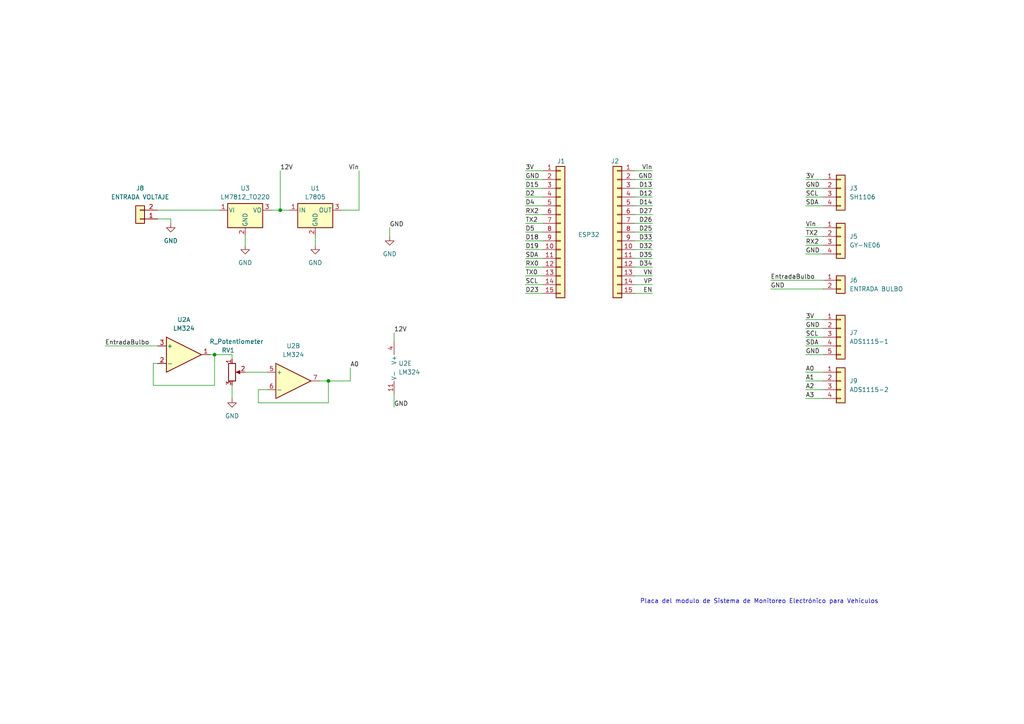
<source format=kicad_sch>
(kicad_sch (version 20250114) (generator "eeschema") (generator_version "9.0")
  (paper "A4")
  (lib_symbols
    (symbol "Amplifier_Operational:LM324" (pin_names (offset 0.127))
      (property "Reference" "U" (at 0 5.08 0))
      (property "Value" "LM324" (at 0 -5.08 0))
      (symbol "LM324_1_1"
        (polyline (pts (xy -5.08 5.08) (xy 5.08 0) (xy -5.08 -5.08) (xy -5.08 5.08)) (stroke (width 0.254)) (fill (type background)))
        (pin input line (at -7.62 2.54 0) (length 2.54) (name "+") (number "3"))
        (pin input line (at -7.62 -2.54 0) (length 2.54) (name "-") (number "2"))
        (pin output line (at 7.62 0 180) (length 2.54) (name "~") (number "1"))
      )
      (symbol "LM324_2_1"
        (polyline (pts (xy -5.08 5.08) (xy 5.08 0) (xy -5.08 -5.08) (xy -5.08 5.08)) (stroke (width 0.254)) (fill (type background)))
        (pin input line (at -7.62 2.54 0) (length 2.54) (name "+") (number "5"))
        (pin input line (at -7.62 -2.54 0) (length 2.54) (name "-") (number "6"))
        (pin output line (at 7.62 0 180) (length 2.54) (name "~") (number "7"))
      )
      (symbol "LM324_3_1"
        (polyline (pts (xy -5.08 5.08) (xy 5.08 0) (xy -5.08 -5.08) (xy -5.08 5.08)) (stroke (width 0.254)) (fill (type background)))
        (pin input line (at -7.62 2.54 0) (length 2.54) (name "+") (number "10"))
        (pin input line (at -7.62 -2.54 0) (length 2.54) (name "-") (number "9"))
        (pin output line (at 7.62 0 180) (length 2.54) (name "~") (number "8"))
      )
      (symbol "LM324_4_1"
        (polyline (pts (xy -5.08 5.08) (xy 5.08 0) (xy -5.08 -5.08) (xy -5.08 5.08)) (stroke (width 0.254)) (fill (type background)))
        (pin input line (at -7.62 2.54 0) (length 2.54) (name "+") (number "12"))
        (pin input line (at -7.62 -2.54 0) (length 2.54) (name "-") (number "13"))
        (pin output line (at 7.62 0 180) (length 2.54) (name "~") (number "14"))
      )
      (symbol "LM324_5_1"
        (pin power_in line (at -2.54 7.62 270) (length 3.81) (name "V+") (number "4"))
        (pin power_in line (at -2.54 -7.62 90) (length 3.81) (name "V-") (number "11"))
      )
    )
    (symbol "Connector_Generic:Conn_01x02" (pin_names (offset 1.016) (hide yes))
      (property "Reference" "J" (at 0 2.54 0))
      (property "Value" "Conn_01x02" (at 0 -5.08 0))
      (symbol "Conn_01x02_1_1"
        (rectangle (start -1.27 1.27) (end 1.27 -3.81) (stroke (width 0.254)) (fill (type background)))
        (rectangle (start -1.27 0.127) (end 0 -0.127) (stroke (width 0.1524)))
        (rectangle (start -1.27 -2.413) (end 0 -2.667) (stroke (width 0.1524)))
        (pin passive line (at -5.08 0 0) (length 3.81) (name "Pin_1") (number "1"))
        (pin passive line (at -5.08 -2.54 0) (length 3.81) (name "Pin_2") (number "2"))
      )
    )
    (symbol "Connector_Generic:Conn_01x04" (pin_names (offset 1.016) (hide yes))
      (property "Reference" "J" (at 0 5.08 0))
      (property "Value" "Conn_01x04" (at 0 -7.62 0))
      (symbol "Conn_01x04_1_1"
        (rectangle (start -1.27 3.81) (end 1.27 -6.35) (stroke (width 0.254)) (fill (type background)))
        (rectangle (start -1.27 2.667) (end 0 2.413) (stroke (width 0.1524)))
        (rectangle (start -1.27 0.127) (end 0 -0.127) (stroke (width 0.1524)))
        (rectangle (start -1.27 -2.413) (end 0 -2.667) (stroke (width 0.1524)))
        (rectangle (start -1.27 -4.953) (end 0 -5.207) (stroke (width 0.1524)))
        (pin passive line (at -5.08 2.54 0) (length 3.81) (name "Pin_1") (number "1"))
        (pin passive line (at -5.08 0 0) (length 3.81) (name "Pin_2") (number "2"))
        (pin passive line (at -5.08 -2.54 0) (length 3.81) (name "Pin_3") (number "3"))
        (pin passive line (at -5.08 -5.08 0) (length 3.81) (name "Pin_4") (number "4"))
      )
    )
    (symbol "Connector_Generic:Conn_01x05" (pin_names (offset 1.016) (hide yes))
      (property "Reference" "J" (at 0 7.62 0))
      (property "Value" "Conn_01x05" (at 0 -7.62 0))
      (symbol "Conn_01x05_1_1"
        (rectangle (start -1.27 6.35) (end 1.27 -6.35) (stroke (width 0.254)) (fill (type background)))
        (rectangle (start -1.27 5.207) (end 0 4.953) (stroke (width 0.1524)))
        (rectangle (start -1.27 2.667) (end 0 2.413) (stroke (width 0.1524)))
        (rectangle (start -1.27 0.127) (end 0 -0.127) (stroke (width 0.1524)))
        (rectangle (start -1.27 -2.413) (end 0 -2.667) (stroke (width 0.1524)))
        (rectangle (start -1.27 -4.953) (end 0 -5.207) (stroke (width 0.1524)))
        (pin passive line (at -5.08 5.08 0) (length 3.81) (name "Pin_1") (number "1"))
        (pin passive line (at -5.08 2.54 0) (length 3.81) (name "Pin_2") (number "2"))
        (pin passive line (at -5.08 0 0) (length 3.81) (name "Pin_3") (number "3"))
        (pin passive line (at -5.08 -2.54 0) (length 3.81) (name "Pin_4") (number "4"))
        (pin passive line (at -5.08 -5.08 0) (length 3.81) (name "Pin_5") (number "5"))
      )
    )
    (symbol "Connector_Generic:Conn_01x15" (pin_names (offset 1.016) (hide yes))
      (property "Reference" "J" (at 0 20.32 0))
      (property "Value" "Conn_01x15" (at 0 -20.32 0))
      (symbol "Conn_01x15_1_1"
        (rectangle (start -1.27 19.05) (end 1.27 -19.05) (stroke (width 0.254)) (fill (type background)))
        (rectangle (start -1.27 17.907) (end 0 17.653) (stroke (width 0.1524)))
        (rectangle (start -1.27 15.367) (end 0 15.113) (stroke (width 0.1524)))
        (rectangle (start -1.27 12.827) (end 0 12.573) (stroke (width 0.1524)))
        (rectangle (start -1.27 10.287) (end 0 10.033) (stroke (width 0.1524)))
        (rectangle (start -1.27 7.747) (end 0 7.493) (stroke (width 0.1524)))
        (rectangle (start -1.27 5.207) (end 0 4.953) (stroke (width 0.1524)))
        (rectangle (start -1.27 2.667) (end 0 2.413) (stroke (width 0.1524)))
        (rectangle (start -1.27 0.127) (end 0 -0.127) (stroke (width 0.1524)))
        (rectangle (start -1.27 -2.413) (end 0 -2.667) (stroke (width 0.1524)))
        (rectangle (start -1.27 -4.953) (end 0 -5.207) (stroke (width 0.1524)))
        (rectangle (start -1.27 -7.493) (end 0 -7.747) (stroke (width 0.1524)))
        (rectangle (start -1.27 -10.033) (end 0 -10.287) (stroke (width 0.1524)))
        (rectangle (start -1.27 -12.573) (end 0 -12.827) (stroke (width 0.1524)))
        (rectangle (start -1.27 -15.113) (end 0 -15.367) (stroke (width 0.1524)))
        (rectangle (start -1.27 -17.653) (end 0 -17.907) (stroke (width 0.1524)))
        (pin passive line (at -5.08 17.78 0) (length 3.81) (name "Pin_1") (number "1"))
        (pin passive line (at -5.08 15.24 0) (length 3.81) (name "Pin_2") (number "2"))
        (pin passive line (at -5.08 12.7 0) (length 3.81) (name "Pin_3") (number "3"))
        (pin passive line (at -5.08 10.16 0) (length 3.81) (name "Pin_4") (number "4"))
        (pin passive line (at -5.08 7.62 0) (length 3.81) (name "Pin_5") (number "5"))
        (pin passive line (at -5.08 5.08 0) (length 3.81) (name "Pin_6") (number "6"))
        (pin passive line (at -5.08 2.54 0) (length 3.81) (name "Pin_7") (number "7"))
        (pin passive line (at -5.08 0 0) (length 3.81) (name "Pin_8") (number "8"))
        (pin passive line (at -5.08 -2.54 0) (length 3.81) (name "Pin_9") (number "9"))
        (pin passive line (at -5.08 -5.08 0) (length 3.81) (name "Pin_10") (number "10"))
        (pin passive line (at -5.08 -7.62 0) (length 3.81) (name "Pin_11") (number "11"))
        (pin passive line (at -5.08 -10.16 0) (length 3.81) (name "Pin_12") (number "12"))
        (pin passive line (at -5.08 -12.7 0) (length 3.81) (name "Pin_13") (number "13"))
        (pin passive line (at -5.08 -15.24 0) (length 3.81) (name "Pin_14") (number "14"))
        (pin passive line (at -5.08 -17.78 0) (length 3.81) (name "Pin_15") (number "15"))
      )
    )
    (symbol "Device:R_Potentiometer" (pin_names (offset 1.016) (hide yes))
      (property "Reference" "RV" (at -4.445 0 90))
      (property "Value" "R_Potentiometer" (at -2.54 0 90))
      (symbol "R_Potentiometer_0_1"
        (rectangle (start 1.016 2.54) (end -1.016 -2.54) (stroke (width 0.254)))
        (polyline (pts (xy 1.143 0) (xy 2.286 0.508) (xy 2.286 -0.508) (xy 1.143 0)) (fill (type outline)))
        (polyline (pts (xy 2.54 0) (xy 1.524 0)))
      )
      (symbol "R_Potentiometer_1_1"
        (pin passive line (at 0 3.81 270) (length 1.27) (name "1") (number "1"))
        (pin passive line (at 0 -3.81 90) (length 1.27) (name "3") (number "3"))
        (pin passive line (at 3.81 0 180) (length 1.27) (name "2") (number "2"))
      )
    )
    (symbol "Regulator_Linear:L7805" (pin_names (offset 0.254))
      (property "Reference" "U" (at -3.81 3.175 0))
      (property "Value" "L7805" (at 0 3.175 0))
      (symbol "L7805_0_1"
        (rectangle (start -5.08 1.905) (end 5.08 -5.08) (stroke (width 0.254)) (fill (type background)))
      )
      (symbol "L7805_1_1"
        (pin power_in line (at -7.62 0 0) (length 2.54) (name "IN") (number "1"))
        (pin power_in line (at 0 -7.62 90) (length 2.54) (name "GND") (number "2"))
        (pin power_out line (at 7.62 0 180) (length 2.54) (name "OUT") (number "3"))
      )
    )
    (symbol "Regulator_Linear:LM7812_TO220" (pin_names (offset 0.254))
      (property "Reference" "U" (at -3.81 3.175 0))
      (property "Value" "LM7812_TO220" (at 0 3.175 0))
      (symbol "LM7812_TO220_0_1"
        (rectangle (start -5.08 1.905) (end 5.08 -5.08) (stroke (width 0.254)) (fill (type background)))
      )
      (symbol "LM7812_TO220_1_1"
        (pin power_in line (at -7.62 0 0) (length 2.54) (name "VI") (number "1"))
        (pin power_in line (at 0 -7.62 90) (length 2.54) (name "GND") (number "2"))
        (pin power_out line (at 7.62 0 180) (length 2.54) (name "VO") (number "3"))
      )
    )
    (symbol "power:GND" (power) (pin_numbers (hide yes)) (pin_names (offset 0) (hide yes))
      (property "Value" "GND" (at 0 -3.81 0))
      (symbol "GND_0_1"
        (polyline (pts (xy 0 0) (xy 0 -1.27) (xy 1.27 -1.27) (xy 0 -2.54) (xy -1.27 -1.27) (xy 0 -1.27)))
      )
      (symbol "GND_1_1"
        (pin power_in line (at 0 0 270) (length 0) (name "~") (number "1"))
      )
    )
  )
  (text "Placa del modulo de Sistema de Monitoreo Electrónico para Vehículos" (at 220.218 174.498 0) (effects (font (size 1.27 1.27))))
  (junction (at 81.28 60.96))
  (junction (at 95.25 110.49))
  (junction (at 62.23 102.87))
  (wire (pts (xy 30.48 100.33) (xy 45.72 100.33)))
  (wire (pts (xy 101.6 106.68) (xy 101.6 110.49)))
  (wire (pts (xy 184.15 72.39) (xy 189.23 72.39)))
  (wire (pts (xy 71.12 68.58) (xy 71.12 71.12)))
  (wire (pts (xy 233.68 73.66) (xy 238.76 73.66)))
  (wire (pts (xy 74.93 113.03) (xy 74.93 116.84)))
  (wire (pts (xy 233.68 107.95) (xy 238.76 107.95)))
  (wire (pts (xy 152.4 52.07) (xy 157.48 52.07)))
  (wire (pts (xy 184.15 64.77) (xy 189.23 64.77)))
  (wire (pts (xy 78.74 60.96) (xy 81.28 60.96)))
  (wire (pts (xy 62.23 102.87) (xy 67.31 102.87)))
  (wire (pts (xy 233.68 113.03) (xy 238.76 113.03)))
  (wire (pts (xy 233.68 54.61) (xy 238.76 54.61)))
  (wire (pts (xy 114.3 96.52) (xy 114.3 99.06)))
  (wire (pts (xy 71.12 107.95) (xy 77.47 107.95)))
  (wire (pts (xy 152.4 74.93) (xy 157.48 74.93)))
  (wire (pts (xy 152.4 59.69) (xy 157.48 59.69)))
  (wire (pts (xy 223.52 83.82) (xy 238.76 83.82)))
  (wire (pts (xy 45.72 105.41) (xy 44.45 105.41)))
  (wire (pts (xy 233.68 92.71) (xy 238.76 92.71)))
  (wire (pts (xy 152.4 72.39) (xy 157.48 72.39)))
  (wire (pts (xy 152.4 80.01) (xy 157.48 80.01)))
  (wire (pts (xy 184.15 59.69) (xy 189.23 59.69)))
  (wire (pts (xy 49.53 63.5) (xy 49.53 64.77)))
  (wire (pts (xy 74.93 116.84) (xy 95.25 116.84)))
  (wire (pts (xy 184.15 49.53) (xy 189.23 49.53)))
  (wire (pts (xy 233.68 52.07) (xy 238.76 52.07)))
  (wire (pts (xy 152.4 85.09) (xy 157.48 85.09)))
  (wire (pts (xy 62.23 111.76) (xy 62.23 102.87)))
  (wire (pts (xy 44.45 105.41) (xy 44.45 111.76)))
  (wire (pts (xy 152.4 82.55) (xy 157.48 82.55)))
  (wire (pts (xy 233.68 115.57) (xy 238.76 115.57)))
  (wire (pts (xy 91.44 68.58) (xy 91.44 71.12)))
  (wire (pts (xy 233.68 95.25) (xy 238.76 95.25)))
  (wire (pts (xy 45.72 60.96) (xy 63.5 60.96)))
  (wire (pts (xy 95.25 116.84) (xy 95.25 110.49)))
  (wire (pts (xy 184.15 57.15) (xy 189.23 57.15)))
  (wire (pts (xy 152.4 54.61) (xy 157.48 54.61)))
  (wire (pts (xy 60.96 102.87) (xy 62.23 102.87)))
  (wire (pts (xy 233.68 68.58) (xy 238.76 68.58)))
  (wire (pts (xy 152.4 64.77) (xy 157.48 64.77)))
  (wire (pts (xy 152.4 67.31) (xy 157.48 67.31)))
  (wire (pts (xy 184.15 82.55) (xy 189.23 82.55)))
  (wire (pts (xy 233.68 59.69) (xy 238.76 59.69)))
  (wire (pts (xy 184.15 80.01) (xy 189.23 80.01)))
  (wire (pts (xy 233.68 110.49) (xy 238.76 110.49)))
  (wire (pts (xy 49.53 63.5) (xy 45.72 63.5)))
  (wire (pts (xy 184.15 67.31) (xy 189.23 67.31)))
  (wire (pts (xy 67.31 102.87) (xy 67.31 104.14)))
  (wire (pts (xy 184.15 77.47) (xy 189.23 77.47)))
  (wire (pts (xy 67.31 111.76) (xy 67.31 115.57)))
  (wire (pts (xy 114.3 114.3) (xy 114.3 118.11)))
  (wire (pts (xy 99.06 60.96) (xy 104.14 60.96)))
  (wire (pts (xy 152.4 69.85) (xy 157.48 69.85)))
  (wire (pts (xy 184.15 74.93) (xy 189.23 74.93)))
  (wire (pts (xy 104.14 49.53) (xy 104.14 60.96)))
  (wire (pts (xy 77.47 113.03) (xy 74.93 113.03)))
  (wire (pts (xy 152.4 62.23) (xy 157.48 62.23)))
  (wire (pts (xy 95.25 110.49) (xy 92.71 110.49)))
  (wire (pts (xy 44.45 111.76) (xy 62.23 111.76)))
  (wire (pts (xy 184.15 85.09) (xy 189.23 85.09)))
  (wire (pts (xy 152.4 49.53) (xy 157.48 49.53)))
  (wire (pts (xy 233.68 66.04) (xy 238.76 66.04)))
  (wire (pts (xy 95.25 110.49) (xy 101.6 110.49)))
  (wire (pts (xy 184.15 69.85) (xy 189.23 69.85)))
  (wire (pts (xy 152.4 77.47) (xy 157.48 77.47)))
  (wire (pts (xy 223.52 81.28) (xy 238.76 81.28)))
  (wire (pts (xy 184.15 62.23) (xy 189.23 62.23)))
  (wire (pts (xy 113.03 66.04) (xy 113.03 68.58)))
  (wire (pts (xy 233.68 97.79) (xy 238.76 97.79)))
  (wire (pts (xy 81.28 49.53) (xy 81.28 60.96)))
  (wire (pts (xy 233.68 100.33) (xy 238.76 100.33)))
  (wire (pts (xy 184.15 54.61) (xy 189.23 54.61)))
  (wire (pts (xy 184.15 52.07) (xy 189.23 52.07)))
  (wire (pts (xy 233.68 57.15) (xy 238.76 57.15)))
  (wire (pts (xy 81.28 60.96) (xy 83.82 60.96)))
  (wire (pts (xy 152.4 57.15) (xy 157.48 57.15)))
  (wire (pts (xy 233.68 102.87) (xy 238.76 102.87)))
  (wire (pts (xy 233.68 71.12) (xy 238.76 71.12)))
  (label "3V" (at 152.4 49.53 0))
  (label "A0" (at 101.6 106.68 0))
  (label "SCL" (at 233.68 97.79 0))
  (label "Vin" (at 104.14 49.53 180))
  (label "RX0" (at 152.4 77.47 0))
  (label "D23" (at 152.4 85.09 0))
  (label "D34" (at 189.23 77.47 180))
  (label "D32" (at 189.23 72.39 180))
  (label "GND" (at 233.68 73.66 0))
  (label "EntradaBulbo" (at 30.48 100.33 0))
  (label "GND" (at 152.4 52.07 0))
  (label "A1" (at 233.68 110.49 0))
  (label "EN" (at 189.23 85.09 180))
  (label "RX2" (at 233.68 71.12 0))
  (label "SCL" (at 233.68 57.15 0))
  (label "GND" (at 189.23 52.07 180))
  (label "TX0" (at 152.4 80.01 0))
  (label "Vin" (at 189.23 49.53 180))
  (label "SDA" (at 233.68 100.33 0))
  (label "D12" (at 189.23 57.15 180))
  (label "3V" (at 233.68 92.71 0))
  (label "12V" (at 114.3 96.52 0))
  (label "A0" (at 233.68 107.95 0))
  (label "D27" (at 189.23 62.23 180))
  (label "VN" (at 189.23 80.01 180))
  (label "D25" (at 189.23 67.31 180))
  (label "3V" (at 233.68 52.07 0))
  (label "D33" (at 189.23 69.85 180))
  (label "D19" (at 152.4 72.39 0))
  (label "D4" (at 152.4 59.69 0))
  (label "D14" (at 189.23 59.69 180))
  (label "A2" (at 233.68 113.03 0))
  (label "GND" (at 114.3 118.11 0))
  (label "D35" (at 189.23 74.93 180))
  (label "D15" (at 152.4 54.61 0))
  (label "SDA" (at 233.68 59.69 0))
  (label "GND" (at 233.68 95.25 0))
  (label "D26" (at 189.23 64.77 180))
  (label "RX2" (at 152.4 62.23 0))
  (label "D5" (at 152.4 67.31 0))
  (label "D18" (at 152.4 69.85 0))
  (label "VP" (at 189.23 82.55 180))
  (label "Vin" (at 233.68 66.04 0))
  (label "D2" (at 152.4 57.15 0))
  (label "12V" (at 81.28 49.53 0))
  (label "A3" (at 233.68 115.57 0))
  (label "EntradaBulbo" (at 223.52 81.28 0))
  (label "D13" (at 189.23 54.61 180))
  (label "GND" (at 113.03 66.04 0))
  (label "TX2" (at 233.68 68.58 0))
  (label "GND" (at 233.68 102.87 0))
  (label "SCL" (at 152.4 82.55 0))
  (label "SDA" (at 152.4 74.93 0))
  (label "TX2" (at 152.4 64.77 0))
  (label "GND" (at 223.52 83.82 0))
  (label "GND" (at 233.68 54.61 0))
  (symbol (lib_id "Amplifier_Operational:LM324") (at 116.84 106.68 0) (unit 5)
    (property "Reference" "U2" (at 115.57 105.4099 0) (effects (justify left)))
    (property "Value" "LM324" (at 115.57 107.9499 0) (effects (justify left)))
    (property "Footprint" "Package_DIP:DIP-14_W10.16mm_LongPads" (effects (hide yes)))
    (property "Datasheet" "http://www.ti.com/lit/ds/symlink/lm2902-n.pdf" (effects (hide yes)))
    (property "Description" "Low-Power, Quad-Operational Amplifiers, DIP-14/SOIC-14/SSOP-14" (effects (hide yes)))
  )
  (symbol (lib_id "Connector_Generic:Conn_01x04") (at 243.84 54.61 0) (unit 1)
    (property "Reference" "J3" (at 246.38 54.6099 0) (effects (justify left)))
    (property "Value" "SH1106" (at 246.38 57.1499 0) (effects (justify left)))
    (property "Footprint" "Connector_PinHeader_2.54mm:PinHeader_1x04_P2.54mm_Vertical" (effects (hide yes)))
    (property "Description" "Generic connector, single row, 01x04, script generated (kicad-library-utils/schlib/autogen/connector/)" (effects (hide yes)))
  )
  (symbol (lib_id "Regulator_Linear:LM7812_TO220") (at 71.12 60.96 0) (unit 1)
    (property "Reference" "U3" (at 71.12 54.61 0))
    (property "Value" "LM7812_TO220" (at 71.12 57.15 0))
    (property "Footprint" "Package_TO_SOT_THT:TO-220-3_Vertical" (effects (hide yes)))
    (property "Datasheet" "https://www.onsemi.cn/PowerSolutions/document/MC7800-D.PDF" (effects (hide yes)))
    (property "Description" "Positive 1A 35V Linear Regulator, Fixed Output 12V, TO-220" (effects (hide yes)))
  )
  (symbol (lib_id "Connector_Generic:Conn_01x04") (at 243.84 110.49 0) (unit 1)
    (property "Reference" "J9" (at 246.38 110.4899 0) (effects (justify left)))
    (property "Value" "ADS1115-2" (at 246.38 113.03 0) (effects (justify left)))
    (property "Footprint" "Connector_PinHeader_2.54mm:PinHeader_1x04_P2.54mm_Vertical" (effects (hide yes)))
    (property "Description" "Generic connector, single row, 01x04, script generated (kicad-library-utils/schlib/autogen/connector/)" (effects (hide yes)))
  )
  (symbol (lib_id "Connector_Generic:Conn_01x02") (at 40.64 63.5 180) (unit 1)
    (property "Reference" "J8" (at 40.64 54.61 0))
    (property "Value" "ENTRADA VOLTAJE" (at 40.64 57.15 0))
    (property "Footprint" "TerminalBlock:TerminalBlock_bornier-2_P5.08mm" (effects (hide yes)))
    (property "Description" "Generic connector, single row, 01x02, script generated (kicad-library-utils/schlib/autogen/connector/)" (effects (hide yes)))
  )
  (symbol (lib_id "Amplifier_Operational:LM324") (at 53.34 102.87 0) (unit 1)
    (property "Reference" "U2" (at 53.34 92.71 0))
    (property "Value" "LM324" (at 53.34 95.25 0))
    (property "Footprint" "Package_DIP:DIP-14_W10.16mm_LongPads" (effects (hide yes)))
    (property "Datasheet" "http://www.ti.com/lit/ds/symlink/lm2902-n.pdf" (effects (hide yes)))
    (property "Description" "Low-Power, Quad-Operational Amplifiers, DIP-14/SOIC-14/SSOP-14" (effects (hide yes)))
  )
  (symbol (lib_id "Connector_Generic:Conn_01x02") (at 243.84 81.28 0) (unit 1)
    (property "Reference" "J6" (at 246.38 81.2799 0) (effects (justify left)))
    (property "Value" "ENTRADA BULBO" (at 246.38 83.8199 0) (effects (justify left)))
    (property "Footprint" "TerminalBlock:TerminalBlock_bornier-2_P5.08mm" (effects (hide yes)))
    (property "Description" "Generic connector, single row, 01x02, script generated (kicad-library-utils/schlib/autogen/connector/)" (effects (hide yes)))
  )
  (symbol (lib_id "Amplifier_Operational:LM324") (at 85.09 110.49 0) (unit 2)
    (property "Reference" "U2" (at 85.09 100.33 0))
    (property "Value" "LM324" (at 85.09 102.87 0))
    (property "Footprint" "Package_DIP:DIP-14_W10.16mm_LongPads" (effects (hide yes)))
    (property "Datasheet" "http://www.ti.com/lit/ds/symlink/lm2902-n.pdf" (effects (hide yes)))
    (property "Description" "Low-Power, Quad-Operational Amplifiers, DIP-14/SOIC-14/SSOP-14" (effects (hide yes)))
  )
  (symbol (lib_id "Connector_Generic:Conn_01x05") (at 243.84 97.79 0) (unit 1)
    (property "Reference" "J7" (at 246.38 96.5199 0) (effects (justify left)))
    (property "Value" "ADS1115-1" (at 246.38 99.0599 0) (effects (justify left)))
    (property "Footprint" "Connector_PinHeader_2.54mm:PinHeader_1x05_P2.54mm_Vertical" (effects (hide yes)))
    (property "Description" "Generic connector, single row, 01x05, script generated (kicad-library-utils/schlib/autogen/connector/)" (effects (hide yes)))
  )
  (symbol (lib_id "Regulator_Linear:L7805") (at 91.44 60.96 0) (unit 1)
    (property "Reference" "U1" (at 91.44 54.61 0))
    (property "Value" "L7805" (at 91.44 57.15 0))
    (property "Footprint" "Package_TO_SOT_THT:TO-220-3_Vertical" (effects (hide yes)))
    (property "Datasheet" "http://www.st.com/content/ccc/resource/technical/document/datasheet/41/4f/b3/b0/12/d4/47/88/CD00000444.pdf/files/CD00000444.pdf/jcr:content/translations/en.CD00000444.pdf" (effects (hide yes)))
    (property "Description" "Positive 1.5A 35V Linear Regulator, Fixed Output 5V, TO-220/TO-263/TO-252" (effects (hide yes)))
  )
  (symbol (lib_id "Device:R_Potentiometer") (at 67.31 107.95 0) (unit 1)
    (property "Reference" "RV1" (at 68.072 101.6 0) (effects (justify right)))
    (property "Value" "R_Potentiometer" (at 76.454 99.06 0) (effects (justify right)))
    (property "Footprint" "Potentiometer_THT:Potentiometer_Bourns_3296W_Vertical" (effects (hide yes)))
    (property "Description" "Potentiometer" (effects (hide yes)))
  )
  (symbol (lib_id "power:GND") (at 71.12 71.12 0) (unit 1)
    (property "Reference" "#PWR04" (effects (hide yes)))
    (property "Value" "GND" (at 71.12 76.2 0))
    (property "Description" "Power symbol creates a global label with name \"GND\" , ground" (effects (hide yes)))
  )
  (symbol (lib_id "power:GND") (at 67.31 115.57 0) (unit 1)
    (property "Reference" "#PWR06" (effects (hide yes)))
    (property "Value" "GND" (at 67.31 120.65 0))
    (property "Description" "Power symbol creates a global label with name \"GND\" , ground" (effects (hide yes)))
  )
  (symbol (lib_id "power:GND") (at 49.53 64.77 0) (unit 1)
    (property "Reference" "#PWR03" (effects (hide yes)))
    (property "Value" "GND" (at 49.53 69.85 0))
    (property "Description" "Power symbol creates a global label with name \"GND\" , ground" (effects (hide yes)))
  )
  (symbol (lib_id "power:GND") (at 113.03 68.58 0) (unit 1)
    (property "Reference" "#PWR02" (effects (hide yes)))
    (property "Value" "GND" (at 113.03 73.66 0))
    (property "Description" "Power symbol creates a global label with name \"GND\" , ground" (effects (hide yes)))
  )
  (symbol (lib_id "Connector_Generic:Conn_01x04") (at 243.84 68.58 0) (unit 1)
    (property "Reference" "J5" (at 246.38 68.5799 0) (effects (justify left)))
    (property "Value" "GY-NE06" (at 246.38 71.12 0) (effects (justify left)))
    (property "Footprint" "Connector_PinHeader_2.54mm:PinHeader_1x04_P2.54mm_Vertical" (effects (hide yes)))
    (property "Description" "Generic connector, single row, 01x04, script generated (kicad-library-utils/schlib/autogen/connector/)" (effects (hide yes)))
  )
  (symbol (lib_id "Connector_Generic:Conn_01x15") (at 179.07 67.31 0) (mirror y) (unit 1)
    (property "Reference" "J2" (at 179.578 46.736 0) (effects (justify left)))
    (property "Value" "Conn_01x15" (effects (hide yes)))
    (property "Footprint" "Connector_PinHeader_2.54mm:PinHeader_1x15_P2.54mm_Vertical" (effects (hide yes)))
    (property "Description" "Generic connector, single row, 01x15, script generated (kicad-library-utils/schlib/autogen/connector/)" (effects (hide yes)))
  )
  (symbol (lib_id "Connector_Generic:Conn_01x15") (at 162.56 67.31 0) (unit 1)
    (property "Reference" "J1" (at 161.544 46.736 0) (effects (justify left)))
    (property "Value" "ESP32" (at 167.64 68.072 0) (effects (justify left)))
    (property "Footprint" "Connector_PinHeader_2.54mm:PinHeader_1x15_P2.54mm_Vertical" (effects (hide yes)))
    (property "Description" "Generic connector, single row, 01x15, script generated (kicad-library-utils/schlib/autogen/connector/)" (effects (hide yes)))
  )
  (symbol (lib_id "power:GND") (at 91.44 71.12 0) (unit 1)
    (property "Reference" "#PWR05" (effects (hide yes)))
    (property "Value" "GND" (at 91.44 76.2 0))
    (property "Description" "Power symbol creates a global label with name \"GND\" , ground" (effects (hide yes)))
  )
)
</source>
